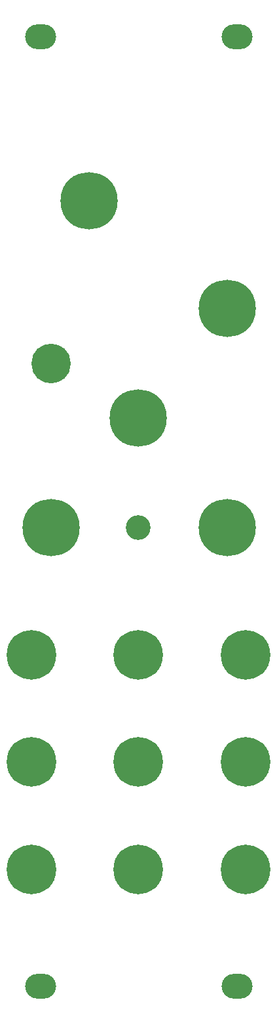
<source format=gbs>
%TF.GenerationSoftware,KiCad,Pcbnew,7.0.8*%
%TF.CreationDate,2024-02-26T10:50:28-05:00*%
%TF.ProjectId,lichen-bifocals-panel,6c696368-656e-42d6-9269-666f63616c73,rev?*%
%TF.SameCoordinates,Original*%
%TF.FileFunction,Soldermask,Bot*%
%TF.FilePolarity,Negative*%
%FSLAX46Y46*%
G04 Gerber Fmt 4.6, Leading zero omitted, Abs format (unit mm)*
G04 Created by KiCad (PCBNEW 7.0.8) date 2024-02-26 10:50:28*
%MOMM*%
%LPD*%
G01*
G04 APERTURE LIST*
G04 Aperture macros list*
%AMRoundRect*
0 Rectangle with rounded corners*
0 $1 Rounding radius*
0 $2 $3 $4 $5 $6 $7 $8 $9 X,Y pos of 4 corners*
0 Add a 4 corners polygon primitive as box body*
4,1,4,$2,$3,$4,$5,$6,$7,$8,$9,$2,$3,0*
0 Add four circle primitives for the rounded corners*
1,1,$1+$1,$2,$3*
1,1,$1+$1,$4,$5*
1,1,$1+$1,$6,$7*
1,1,$1+$1,$8,$9*
0 Add four rect primitives between the rounded corners*
20,1,$1+$1,$2,$3,$4,$5,0*
20,1,$1+$1,$4,$5,$6,$7,0*
20,1,$1+$1,$6,$7,$8,$9,0*
20,1,$1+$1,$8,$9,$2,$3,0*%
G04 Aperture macros list end*
%ADD10C,7.400000*%
%ADD11RoundRect,1.600000X0.400000X0.000000X-0.400000X0.000000X-0.400000X0.000000X0.400000X0.000000X0*%
%ADD12C,6.400000*%
%ADD13C,5.100000*%
%ADD14RoundRect,1.600000X-0.400000X0.000000X0.400000X0.000000X0.400000X0.000000X-0.400000X0.000000X0*%
%ADD15C,3.200000*%
G04 APERTURE END LIST*
D10*
%TO.C,POT5*%
X131587000Y-166284000D03*
%TD*%
%TO.C,POT2*%
X131587000Y-138057000D03*
%TD*%
D11*
%TO.C, *%
X132900000Y-225500000D03*
%TD*%
D12*
%TO.C,AUDIO_IN_R*%
X106297000Y-210429000D03*
%TD*%
D13*
%TO.C,BUTTON_1*%
X108816000Y-145170000D03*
%TD*%
D12*
%TO.C,CV_IN_3*%
X134004000Y-182723000D03*
%TD*%
%TO.C,CV_IN_1*%
X134004000Y-210429000D03*
%TD*%
%TO.C,CV_IN_2*%
X120150000Y-182723000D03*
%TD*%
D10*
%TO.C,POT1*%
X113772000Y-124176000D03*
%TD*%
%TO.C,POT4*%
X108816000Y-166284000D03*
%TD*%
D12*
%TO.C,CV_IN_5*%
X120150000Y-210429000D03*
%TD*%
D14*
%TO.C, *%
X107500000Y-103000000D03*
%TD*%
D10*
%TO.C,POT3*%
X120150000Y-152203000D03*
%TD*%
D12*
%TO.C,AUDIO_IN_L*%
X106297000Y-196577000D03*
%TD*%
D11*
%TO.C, *%
X132900000Y-103000000D03*
%TD*%
D12*
%TO.C,CV_IN_4*%
X120150000Y-196577000D03*
%TD*%
%TO.C,AUDIO_OUT_L*%
X134004000Y-196577000D03*
%TD*%
D14*
%TO.C, *%
X107500000Y-225500000D03*
%TD*%
D15*
%TO.C,LED_1*%
X120150000Y-166284000D03*
%TD*%
D12*
%TO.C,CV_IN_1*%
X106297000Y-182723000D03*
%TD*%
M02*

</source>
